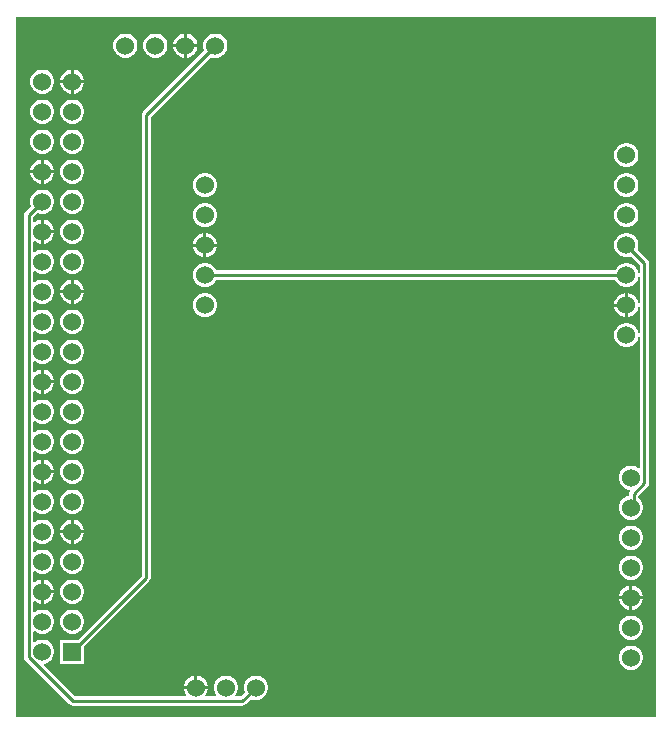
<source format=gbl>
G04*
G04 #@! TF.GenerationSoftware,Altium Limited,Altium Designer,23.4.1 (23)*
G04*
G04 Layer_Physical_Order=2*
G04 Layer_Color=16711680*
%FSLAX44Y44*%
%MOMM*%
G71*
G04*
G04 #@! TF.SameCoordinates,85A289D2-1239-4559-B1A6-7CFCC22C1876*
G04*
G04*
G04 #@! TF.FilePolarity,Positive*
G04*
G01*
G75*
%ADD10C,0.2540*%
%ADD13C,1.5240*%
%ADD14R,1.5240X1.5240*%
G36*
X546025Y367105D02*
X3885D01*
X3885Y960045D01*
X546025Y960045D01*
X546025Y367105D01*
D02*
G37*
%LPC*%
G36*
X148658Y946150D02*
X148590D01*
Y937260D01*
X157480D01*
Y937328D01*
X156788Y939912D01*
X155450Y942228D01*
X153558Y944120D01*
X151242Y945458D01*
X148658Y946150D01*
D02*
G37*
G36*
X146050D02*
X145982D01*
X143398Y945458D01*
X141082Y944120D01*
X139190Y942228D01*
X137852Y939912D01*
X137160Y937328D01*
Y937260D01*
X146050D01*
Y946150D01*
D02*
G37*
G36*
X174058D02*
X171382D01*
X168798Y945458D01*
X166482Y944120D01*
X164590Y942228D01*
X163252Y939912D01*
X162560Y937328D01*
Y934652D01*
X163252Y932068D01*
X163272Y932035D01*
X111308Y880072D01*
X110466Y878812D01*
X110170Y877325D01*
Y487104D01*
X56136Y433070D01*
X41310D01*
Y412750D01*
X61630D01*
Y427576D01*
X116802Y482748D01*
X117644Y484008D01*
X117940Y485495D01*
Y875716D01*
X168765Y926542D01*
X168798Y926522D01*
X171382Y925830D01*
X174058D01*
X176642Y926522D01*
X178958Y927860D01*
X180850Y929752D01*
X182188Y932068D01*
X182880Y934652D01*
Y937328D01*
X182188Y939912D01*
X180850Y942228D01*
X178958Y944120D01*
X176642Y945458D01*
X174058Y946150D01*
D02*
G37*
G36*
X157480Y934720D02*
X148590D01*
Y925830D01*
X148658D01*
X151242Y926522D01*
X153558Y927860D01*
X155450Y929752D01*
X156788Y932068D01*
X157480Y934652D01*
Y934720D01*
D02*
G37*
G36*
X146050D02*
X137160D01*
Y934652D01*
X137852Y932068D01*
X139190Y929752D01*
X141082Y927860D01*
X143398Y926522D01*
X145982Y925830D01*
X146050D01*
Y934720D01*
D02*
G37*
G36*
X123258Y946150D02*
X120582D01*
X117998Y945458D01*
X115682Y944120D01*
X113790Y942228D01*
X112452Y939912D01*
X111760Y937328D01*
Y934652D01*
X112452Y932068D01*
X113790Y929752D01*
X115682Y927860D01*
X117998Y926522D01*
X120582Y925830D01*
X123258D01*
X125842Y926522D01*
X128158Y927860D01*
X130050Y929752D01*
X131388Y932068D01*
X132080Y934652D01*
Y937328D01*
X131388Y939912D01*
X130050Y942228D01*
X128158Y944120D01*
X125842Y945458D01*
X123258Y946150D01*
D02*
G37*
G36*
X97858D02*
X95182D01*
X92598Y945458D01*
X90282Y944120D01*
X88390Y942228D01*
X87052Y939912D01*
X86360Y937328D01*
Y934652D01*
X87052Y932068D01*
X88390Y929752D01*
X90282Y927860D01*
X92598Y926522D01*
X95182Y925830D01*
X97858D01*
X100442Y926522D01*
X102758Y927860D01*
X104650Y929752D01*
X105988Y932068D01*
X106680Y934652D01*
Y937328D01*
X105988Y939912D01*
X104650Y942228D01*
X102758Y944120D01*
X100442Y945458D01*
X97858Y946150D01*
D02*
G37*
G36*
X52807Y915670D02*
X52740D01*
Y906780D01*
X61630D01*
Y906848D01*
X60938Y909432D01*
X59600Y911748D01*
X57708Y913640D01*
X55392Y914978D01*
X52807Y915670D01*
D02*
G37*
G36*
X50200D02*
X50132D01*
X47548Y914978D01*
X45232Y913640D01*
X43340Y911748D01*
X42002Y909432D01*
X41310Y906848D01*
Y906780D01*
X50200D01*
Y915670D01*
D02*
G37*
G36*
X61630Y904240D02*
X52740D01*
Y895350D01*
X52807D01*
X55392Y896042D01*
X57708Y897380D01*
X59600Y899272D01*
X60938Y901588D01*
X61630Y904172D01*
Y904240D01*
D02*
G37*
G36*
X50200D02*
X41310D01*
Y904172D01*
X42002Y901588D01*
X43340Y899272D01*
X45232Y897380D01*
X47548Y896042D01*
X50132Y895350D01*
X50200D01*
Y904240D01*
D02*
G37*
G36*
X27408Y915670D02*
X24732D01*
X22148Y914978D01*
X19832Y913640D01*
X17940Y911748D01*
X16602Y909432D01*
X15910Y906848D01*
Y904172D01*
X16602Y901588D01*
X17940Y899272D01*
X19832Y897380D01*
X22148Y896042D01*
X24732Y895350D01*
X27408D01*
X29992Y896042D01*
X32308Y897380D01*
X34200Y899272D01*
X35538Y901588D01*
X36230Y904172D01*
Y906848D01*
X35538Y909432D01*
X34200Y911748D01*
X32308Y913640D01*
X29992Y914978D01*
X27408Y915670D01*
D02*
G37*
G36*
X52807Y890270D02*
X50132D01*
X47548Y889578D01*
X45232Y888240D01*
X43340Y886348D01*
X42002Y884032D01*
X41310Y881448D01*
Y878772D01*
X42002Y876188D01*
X43340Y873872D01*
X45232Y871980D01*
X47548Y870642D01*
X50132Y869950D01*
X52807D01*
X55392Y870642D01*
X57708Y871980D01*
X59600Y873872D01*
X60938Y876188D01*
X61630Y878772D01*
Y881448D01*
X60938Y884032D01*
X59600Y886348D01*
X57708Y888240D01*
X55392Y889578D01*
X52807Y890270D01*
D02*
G37*
G36*
X27408D02*
X24732D01*
X22148Y889578D01*
X19832Y888240D01*
X17940Y886348D01*
X16602Y884032D01*
X15910Y881448D01*
Y878772D01*
X16602Y876188D01*
X17940Y873872D01*
X19832Y871980D01*
X22148Y870642D01*
X24732Y869950D01*
X27408D01*
X29992Y870642D01*
X32308Y871980D01*
X34200Y873872D01*
X35538Y876188D01*
X36230Y878772D01*
Y881448D01*
X35538Y884032D01*
X34200Y886348D01*
X32308Y888240D01*
X29992Y889578D01*
X27408Y890270D01*
D02*
G37*
G36*
X52807Y864870D02*
X50132D01*
X47548Y864178D01*
X45232Y862840D01*
X43340Y860948D01*
X42002Y858632D01*
X41310Y856048D01*
Y853372D01*
X42002Y850788D01*
X43340Y848472D01*
X45232Y846580D01*
X47548Y845242D01*
X50132Y844550D01*
X52807D01*
X55392Y845242D01*
X57708Y846580D01*
X59600Y848472D01*
X60938Y850788D01*
X61630Y853372D01*
Y856048D01*
X60938Y858632D01*
X59600Y860948D01*
X57708Y862840D01*
X55392Y864178D01*
X52807Y864870D01*
D02*
G37*
G36*
X27408D02*
X24732D01*
X22148Y864178D01*
X19832Y862840D01*
X17940Y860948D01*
X16602Y858632D01*
X15910Y856048D01*
Y853372D01*
X16602Y850788D01*
X17940Y848472D01*
X19832Y846580D01*
X22148Y845242D01*
X24732Y844550D01*
X27408D01*
X29992Y845242D01*
X32308Y846580D01*
X34200Y848472D01*
X35538Y850788D01*
X36230Y853372D01*
Y856048D01*
X35538Y858632D01*
X34200Y860948D01*
X32308Y862840D01*
X29992Y864178D01*
X27408Y864870D01*
D02*
G37*
G36*
X522038Y853440D02*
X519362D01*
X516778Y852748D01*
X514462Y851410D01*
X512570Y849518D01*
X511232Y847202D01*
X510540Y844618D01*
Y841942D01*
X511232Y839358D01*
X512570Y837042D01*
X514462Y835150D01*
X516778Y833812D01*
X519362Y833120D01*
X522038D01*
X524622Y833812D01*
X526938Y835150D01*
X528830Y837042D01*
X530168Y839358D01*
X530860Y841942D01*
Y844618D01*
X530168Y847202D01*
X528830Y849518D01*
X526938Y851410D01*
X524622Y852748D01*
X522038Y853440D01*
D02*
G37*
G36*
X27408Y839470D02*
X27340D01*
Y830580D01*
X36230D01*
Y830648D01*
X35538Y833232D01*
X34200Y835548D01*
X32308Y837440D01*
X29992Y838778D01*
X27408Y839470D01*
D02*
G37*
G36*
X24800D02*
X24732D01*
X22148Y838778D01*
X19832Y837440D01*
X17940Y835548D01*
X16602Y833232D01*
X15910Y830648D01*
Y830580D01*
X24800D01*
Y839470D01*
D02*
G37*
G36*
X52807D02*
X50132D01*
X47548Y838778D01*
X45232Y837440D01*
X43340Y835548D01*
X42002Y833232D01*
X41310Y830648D01*
Y827972D01*
X42002Y825388D01*
X43340Y823072D01*
X45232Y821180D01*
X47548Y819842D01*
X50132Y819150D01*
X52807D01*
X55392Y819842D01*
X57708Y821180D01*
X59600Y823072D01*
X60938Y825388D01*
X61630Y827972D01*
Y830648D01*
X60938Y833232D01*
X59600Y835548D01*
X57708Y837440D01*
X55392Y838778D01*
X52807Y839470D01*
D02*
G37*
G36*
X36230Y828040D02*
X27340D01*
Y819150D01*
X27408D01*
X29992Y819842D01*
X32308Y821180D01*
X34200Y823072D01*
X35538Y825388D01*
X36230Y827972D01*
Y828040D01*
D02*
G37*
G36*
X24800D02*
X15910D01*
Y827972D01*
X16602Y825388D01*
X17940Y823072D01*
X19832Y821180D01*
X22148Y819842D01*
X24732Y819150D01*
X24800D01*
Y828040D01*
D02*
G37*
G36*
X522038D02*
X519362D01*
X516778Y827348D01*
X514462Y826010D01*
X512570Y824118D01*
X511232Y821802D01*
X510540Y819218D01*
Y816542D01*
X511232Y813958D01*
X512570Y811642D01*
X514462Y809750D01*
X516778Y808412D01*
X519362Y807720D01*
X522038D01*
X524622Y808412D01*
X526938Y809750D01*
X528830Y811642D01*
X530168Y813958D01*
X530860Y816542D01*
Y819218D01*
X530168Y821802D01*
X528830Y824118D01*
X526938Y826010D01*
X524622Y827348D01*
X522038Y828040D01*
D02*
G37*
G36*
X165168D02*
X162492D01*
X159908Y827348D01*
X157592Y826010D01*
X155700Y824118D01*
X154362Y821802D01*
X153670Y819218D01*
Y816542D01*
X154362Y813958D01*
X155700Y811642D01*
X157592Y809750D01*
X159908Y808412D01*
X162492Y807720D01*
X165168D01*
X167752Y808412D01*
X170068Y809750D01*
X171960Y811642D01*
X173298Y813958D01*
X173990Y816542D01*
Y819218D01*
X173298Y821802D01*
X171960Y824118D01*
X170068Y826010D01*
X167752Y827348D01*
X165168Y828040D01*
D02*
G37*
G36*
X52807Y814070D02*
X50132D01*
X47548Y813378D01*
X45232Y812040D01*
X43340Y810148D01*
X42002Y807832D01*
X41310Y805248D01*
Y802572D01*
X42002Y799988D01*
X43340Y797672D01*
X45232Y795780D01*
X47548Y794442D01*
X50132Y793750D01*
X52807D01*
X55392Y794442D01*
X57708Y795780D01*
X59600Y797672D01*
X60938Y799988D01*
X61630Y802572D01*
Y805248D01*
X60938Y807832D01*
X59600Y810148D01*
X57708Y812040D01*
X55392Y813378D01*
X52807Y814070D01*
D02*
G37*
G36*
X27408D02*
X24732D01*
X22148Y813378D01*
X19832Y812040D01*
X17940Y810148D01*
X16602Y807832D01*
X15910Y805248D01*
Y802572D01*
X16602Y799988D01*
X16622Y799955D01*
X11893Y795227D01*
X11051Y793967D01*
X10755Y792480D01*
Y418176D01*
X11051Y416689D01*
X11893Y415429D01*
X49069Y378253D01*
X50329Y377411D01*
X51816Y377115D01*
X195580D01*
X197067Y377411D01*
X198327Y378253D01*
X203055Y382981D01*
X203088Y382962D01*
X205672Y382270D01*
X208348D01*
X210932Y382962D01*
X213248Y384300D01*
X215140Y386192D01*
X216478Y388508D01*
X217170Y391092D01*
Y393768D01*
X216478Y396352D01*
X215140Y398668D01*
X213248Y400560D01*
X210932Y401898D01*
X208348Y402590D01*
X205672D01*
X203088Y401898D01*
X200772Y400560D01*
X198880Y398668D01*
X197542Y396352D01*
X196850Y393768D01*
Y391092D01*
X197542Y388508D01*
X197561Y388475D01*
X193971Y384885D01*
X190092D01*
X189606Y386058D01*
X189740Y386192D01*
X191078Y388508D01*
X191770Y391092D01*
Y393768D01*
X191078Y396352D01*
X189740Y398668D01*
X187848Y400560D01*
X185532Y401898D01*
X182948Y402590D01*
X180272D01*
X177688Y401898D01*
X175372Y400560D01*
X173480Y398668D01*
X172142Y396352D01*
X171450Y393768D01*
Y391092D01*
X172142Y388508D01*
X173480Y386192D01*
X173614Y386058D01*
X173128Y384885D01*
X164692D01*
X164206Y386058D01*
X164340Y386192D01*
X165678Y388508D01*
X166370Y391092D01*
Y391160D01*
X146050D01*
Y391092D01*
X146742Y388508D01*
X148080Y386192D01*
X148214Y386058D01*
X147728Y384885D01*
X53425D01*
X26732Y411577D01*
X27219Y412750D01*
X27408D01*
X29992Y413442D01*
X32308Y414780D01*
X34200Y416672D01*
X35538Y418988D01*
X36230Y421572D01*
Y424248D01*
X35538Y426832D01*
X34200Y429148D01*
X32308Y431040D01*
X29992Y432378D01*
X27408Y433070D01*
X24732D01*
X22148Y432378D01*
X19832Y431040D01*
X19698Y430906D01*
X18525Y431392D01*
Y439828D01*
X19698Y440314D01*
X19832Y440180D01*
X22148Y438842D01*
X24732Y438150D01*
X27408D01*
X29992Y438842D01*
X32308Y440180D01*
X34200Y442072D01*
X35538Y444388D01*
X36230Y446972D01*
Y449648D01*
X35538Y452232D01*
X34200Y454548D01*
X32308Y456440D01*
X29992Y457778D01*
X27408Y458470D01*
X24732D01*
X22148Y457778D01*
X19832Y456440D01*
X19698Y456306D01*
X18525Y456792D01*
Y465228D01*
X19698Y465714D01*
X19832Y465580D01*
X22148Y464242D01*
X24732Y463550D01*
X24800D01*
Y473710D01*
Y483870D01*
X24732D01*
X22148Y483178D01*
X19832Y481840D01*
X19698Y481706D01*
X18525Y482192D01*
Y490628D01*
X19698Y491114D01*
X19832Y490980D01*
X22148Y489642D01*
X24732Y488950D01*
X27408D01*
X29992Y489642D01*
X32308Y490980D01*
X34200Y492872D01*
X35538Y495188D01*
X36230Y497772D01*
Y500448D01*
X35538Y503032D01*
X34200Y505348D01*
X32308Y507240D01*
X29992Y508578D01*
X27408Y509270D01*
X24732D01*
X22148Y508578D01*
X19832Y507240D01*
X19698Y507106D01*
X18525Y507592D01*
Y516028D01*
X19698Y516514D01*
X19832Y516380D01*
X22148Y515042D01*
X24732Y514350D01*
X27408D01*
X29992Y515042D01*
X32308Y516380D01*
X34200Y518272D01*
X35538Y520588D01*
X36230Y523172D01*
Y525848D01*
X35538Y528432D01*
X34200Y530748D01*
X32308Y532640D01*
X29992Y533978D01*
X27408Y534670D01*
X24732D01*
X22148Y533978D01*
X19832Y532640D01*
X19698Y532506D01*
X18525Y532992D01*
Y541428D01*
X19698Y541914D01*
X19832Y541780D01*
X22148Y540442D01*
X24732Y539750D01*
X27408D01*
X29992Y540442D01*
X32308Y541780D01*
X34200Y543672D01*
X35538Y545988D01*
X36230Y548572D01*
Y551248D01*
X35538Y553832D01*
X34200Y556148D01*
X32308Y558040D01*
X29992Y559378D01*
X27408Y560070D01*
X24732D01*
X22148Y559378D01*
X19832Y558040D01*
X19698Y557906D01*
X18525Y558392D01*
Y566828D01*
X19698Y567314D01*
X19832Y567180D01*
X22148Y565842D01*
X24732Y565150D01*
X24800D01*
Y575310D01*
Y585470D01*
X24732D01*
X22148Y584778D01*
X19832Y583440D01*
X19698Y583306D01*
X18525Y583792D01*
Y592228D01*
X19698Y592714D01*
X19832Y592580D01*
X22148Y591242D01*
X24732Y590550D01*
X27408D01*
X29992Y591242D01*
X32308Y592580D01*
X34200Y594472D01*
X35538Y596788D01*
X36230Y599372D01*
Y602048D01*
X35538Y604632D01*
X34200Y606948D01*
X32308Y608840D01*
X29992Y610178D01*
X27408Y610870D01*
X24732D01*
X22148Y610178D01*
X19832Y608840D01*
X19698Y608706D01*
X18525Y609192D01*
Y617628D01*
X19698Y618114D01*
X19832Y617980D01*
X22148Y616642D01*
X24732Y615950D01*
X27408D01*
X29992Y616642D01*
X32308Y617980D01*
X34200Y619872D01*
X35538Y622188D01*
X36230Y624772D01*
Y627448D01*
X35538Y630032D01*
X34200Y632348D01*
X32308Y634240D01*
X29992Y635578D01*
X27408Y636270D01*
X24732D01*
X22148Y635578D01*
X19832Y634240D01*
X19698Y634106D01*
X18525Y634592D01*
Y643028D01*
X19698Y643514D01*
X19832Y643380D01*
X22148Y642042D01*
X24732Y641350D01*
X24800D01*
Y651510D01*
Y661670D01*
X24732D01*
X22148Y660978D01*
X19832Y659640D01*
X19698Y659506D01*
X18525Y659992D01*
Y668428D01*
X19698Y668914D01*
X19832Y668780D01*
X22148Y667442D01*
X24732Y666750D01*
X27408D01*
X29992Y667442D01*
X32308Y668780D01*
X34200Y670672D01*
X35538Y672988D01*
X36230Y675572D01*
Y678248D01*
X35538Y680832D01*
X34200Y683148D01*
X32308Y685040D01*
X29992Y686378D01*
X27408Y687070D01*
X24732D01*
X22148Y686378D01*
X19832Y685040D01*
X19698Y684906D01*
X18525Y685392D01*
Y693828D01*
X19698Y694314D01*
X19832Y694180D01*
X22148Y692842D01*
X24732Y692150D01*
X27408D01*
X29992Y692842D01*
X32308Y694180D01*
X34200Y696072D01*
X35538Y698388D01*
X36230Y700972D01*
Y703648D01*
X35538Y706232D01*
X34200Y708548D01*
X32308Y710440D01*
X29992Y711778D01*
X27408Y712470D01*
X24732D01*
X22148Y711778D01*
X19832Y710440D01*
X19698Y710306D01*
X18525Y710792D01*
Y719228D01*
X19698Y719714D01*
X19832Y719580D01*
X22148Y718242D01*
X24732Y717550D01*
X27408D01*
X29992Y718242D01*
X32308Y719580D01*
X34200Y721472D01*
X35538Y723788D01*
X36230Y726372D01*
Y729048D01*
X35538Y731632D01*
X34200Y733948D01*
X32308Y735840D01*
X29992Y737178D01*
X27408Y737870D01*
X24732D01*
X22148Y737178D01*
X19832Y735840D01*
X19698Y735706D01*
X18525Y736192D01*
Y744628D01*
X19698Y745114D01*
X19832Y744980D01*
X22148Y743642D01*
X24732Y742950D01*
X27408D01*
X29992Y743642D01*
X32308Y744980D01*
X34200Y746872D01*
X35538Y749188D01*
X36230Y751772D01*
Y754448D01*
X35538Y757032D01*
X34200Y759348D01*
X32308Y761240D01*
X29992Y762578D01*
X27408Y763270D01*
X24732D01*
X22148Y762578D01*
X19832Y761240D01*
X19698Y761106D01*
X18525Y761592D01*
Y770028D01*
X19698Y770514D01*
X19832Y770380D01*
X22148Y769042D01*
X24732Y768350D01*
X24800D01*
Y778510D01*
Y788670D01*
X24732D01*
X22148Y787978D01*
X19832Y786640D01*
X19698Y786506D01*
X18525Y786992D01*
Y790871D01*
X22115Y794462D01*
X22148Y794442D01*
X24732Y793750D01*
X27408D01*
X29992Y794442D01*
X32308Y795780D01*
X34200Y797672D01*
X35538Y799988D01*
X36230Y802572D01*
Y805248D01*
X35538Y807832D01*
X34200Y810148D01*
X32308Y812040D01*
X29992Y813378D01*
X27408Y814070D01*
D02*
G37*
G36*
X522038Y802640D02*
X519362D01*
X516778Y801948D01*
X514462Y800610D01*
X512570Y798718D01*
X511232Y796402D01*
X510540Y793818D01*
Y791142D01*
X511232Y788558D01*
X512570Y786242D01*
X514462Y784350D01*
X516778Y783012D01*
X519362Y782320D01*
X522038D01*
X524622Y783012D01*
X526938Y784350D01*
X528830Y786242D01*
X530168Y788558D01*
X530860Y791142D01*
Y793818D01*
X530168Y796402D01*
X528830Y798718D01*
X526938Y800610D01*
X524622Y801948D01*
X522038Y802640D01*
D02*
G37*
G36*
X165168D02*
X162492D01*
X159908Y801948D01*
X157592Y800610D01*
X155700Y798718D01*
X154362Y796402D01*
X153670Y793818D01*
Y791142D01*
X154362Y788558D01*
X155700Y786242D01*
X157592Y784350D01*
X159908Y783012D01*
X162492Y782320D01*
X165168D01*
X167752Y783012D01*
X170068Y784350D01*
X171960Y786242D01*
X173298Y788558D01*
X173990Y791142D01*
Y793818D01*
X173298Y796402D01*
X171960Y798718D01*
X170068Y800610D01*
X167752Y801948D01*
X165168Y802640D01*
D02*
G37*
G36*
X27408Y788670D02*
X27340D01*
Y779780D01*
X36230D01*
Y779848D01*
X35538Y782432D01*
X34200Y784748D01*
X32308Y786640D01*
X29992Y787978D01*
X27408Y788670D01*
D02*
G37*
G36*
X165168Y777240D02*
X165100D01*
Y768350D01*
X173990D01*
Y768418D01*
X173298Y771002D01*
X171960Y773318D01*
X170068Y775210D01*
X167752Y776548D01*
X165168Y777240D01*
D02*
G37*
G36*
X52807Y788670D02*
X50132D01*
X47548Y787978D01*
X45232Y786640D01*
X43340Y784748D01*
X42002Y782432D01*
X41310Y779848D01*
Y777172D01*
X42002Y774588D01*
X43340Y772272D01*
X45232Y770380D01*
X47548Y769042D01*
X50132Y768350D01*
X52807D01*
X55392Y769042D01*
X57708Y770380D01*
X59600Y772272D01*
X60938Y774588D01*
X61630Y777172D01*
Y779848D01*
X60938Y782432D01*
X59600Y784748D01*
X57708Y786640D01*
X55392Y787978D01*
X52807Y788670D01*
D02*
G37*
G36*
X36230Y777240D02*
X27340D01*
Y768350D01*
X27408D01*
X29992Y769042D01*
X32308Y770380D01*
X34200Y772272D01*
X35538Y774588D01*
X36230Y777172D01*
Y777240D01*
D02*
G37*
G36*
X162560D02*
X162492D01*
X159908Y776548D01*
X157592Y775210D01*
X155700Y773318D01*
X154362Y771002D01*
X153670Y768418D01*
Y768350D01*
X162560D01*
Y777240D01*
D02*
G37*
G36*
X173990Y765810D02*
X165100D01*
Y756920D01*
X165168D01*
X167752Y757612D01*
X170068Y758950D01*
X171960Y760842D01*
X173298Y763158D01*
X173990Y765742D01*
Y765810D01*
D02*
G37*
G36*
X162560D02*
X153670D01*
Y765742D01*
X154362Y763158D01*
X155700Y760842D01*
X157592Y758950D01*
X159908Y757612D01*
X162492Y756920D01*
X162560D01*
Y765810D01*
D02*
G37*
G36*
X522038Y777240D02*
X519362D01*
X516778Y776548D01*
X514462Y775210D01*
X512570Y773318D01*
X511232Y771002D01*
X510540Y768418D01*
Y765742D01*
X511232Y763158D01*
X512570Y760842D01*
X514462Y758950D01*
X516778Y757612D01*
X519362Y756920D01*
X522038D01*
X524622Y757612D01*
X524655Y757632D01*
X532055Y750231D01*
Y743463D01*
X530785Y743296D01*
X530168Y745602D01*
X528830Y747918D01*
X526938Y749810D01*
X524622Y751148D01*
X522038Y751840D01*
X519362D01*
X516778Y751148D01*
X514462Y749810D01*
X512570Y747918D01*
X511232Y745602D01*
X511222Y745565D01*
X173307D01*
X173298Y745602D01*
X171960Y747918D01*
X170068Y749810D01*
X167752Y751148D01*
X165168Y751840D01*
X162492D01*
X159908Y751148D01*
X157592Y749810D01*
X155700Y747918D01*
X154362Y745602D01*
X153670Y743018D01*
Y740342D01*
X154362Y737758D01*
X155700Y735442D01*
X157592Y733550D01*
X159908Y732212D01*
X162492Y731520D01*
X165168D01*
X167752Y732212D01*
X170068Y733550D01*
X171960Y735442D01*
X173298Y737758D01*
X173307Y737795D01*
X511222D01*
X511232Y737758D01*
X512570Y735442D01*
X514462Y733550D01*
X516778Y732212D01*
X519362Y731520D01*
X522038D01*
X524622Y732212D01*
X526938Y733550D01*
X528830Y735442D01*
X530168Y737758D01*
X530785Y740064D01*
X532055Y739897D01*
Y718063D01*
X530785Y717896D01*
X530168Y720202D01*
X528830Y722518D01*
X526938Y724410D01*
X524622Y725748D01*
X522038Y726440D01*
X521970D01*
Y716280D01*
Y706120D01*
X522038D01*
X524622Y706812D01*
X526938Y708150D01*
X528830Y710042D01*
X530168Y712358D01*
X530785Y714664D01*
X532055Y714497D01*
Y692663D01*
X530785Y692496D01*
X530168Y694802D01*
X528830Y697118D01*
X526938Y699010D01*
X524622Y700348D01*
X522038Y701040D01*
X519362D01*
X516778Y700348D01*
X514462Y699010D01*
X512570Y697118D01*
X511232Y694802D01*
X510540Y692218D01*
Y689542D01*
X511232Y686958D01*
X512570Y684642D01*
X514462Y682750D01*
X516778Y681412D01*
X519362Y680720D01*
X522038D01*
X524622Y681412D01*
X526938Y682750D01*
X528830Y684642D01*
X530168Y686958D01*
X530785Y689264D01*
X532055Y689097D01*
Y578712D01*
X530882Y578226D01*
X530748Y578360D01*
X528432Y579698D01*
X525848Y580390D01*
X523172D01*
X520588Y579698D01*
X518272Y578360D01*
X516380Y576468D01*
X515042Y574152D01*
X514350Y571568D01*
Y568892D01*
X515042Y566308D01*
X516380Y563992D01*
X518272Y562100D01*
X520588Y560762D01*
X523172Y560070D01*
X523437D01*
X523819Y558800D01*
X523116Y557747D01*
X522820Y556260D01*
Y554896D01*
X520588Y554298D01*
X518272Y552960D01*
X516380Y551068D01*
X515042Y548752D01*
X514350Y546168D01*
Y543492D01*
X515042Y540908D01*
X516380Y538592D01*
X518272Y536700D01*
X520588Y535362D01*
X523172Y534670D01*
X525848D01*
X528432Y535362D01*
X530748Y536700D01*
X532640Y538592D01*
X533978Y540908D01*
X534670Y543492D01*
Y546168D01*
X533978Y548752D01*
X532640Y551068D01*
X530748Y552960D01*
X530589Y553052D01*
Y554651D01*
X538687Y562749D01*
X539529Y564009D01*
X539825Y565495D01*
Y751840D01*
X539529Y753327D01*
X538687Y754587D01*
X530149Y763125D01*
X530168Y763158D01*
X530860Y765742D01*
Y768418D01*
X530168Y771002D01*
X528830Y773318D01*
X526938Y775210D01*
X524622Y776548D01*
X522038Y777240D01*
D02*
G37*
G36*
X52807Y763270D02*
X50132D01*
X47548Y762578D01*
X45232Y761240D01*
X43340Y759348D01*
X42002Y757032D01*
X41310Y754448D01*
Y751772D01*
X42002Y749188D01*
X43340Y746872D01*
X45232Y744980D01*
X47548Y743642D01*
X50132Y742950D01*
X52807D01*
X55392Y743642D01*
X57708Y744980D01*
X59600Y746872D01*
X60938Y749188D01*
X61630Y751772D01*
Y754448D01*
X60938Y757032D01*
X59600Y759348D01*
X57708Y761240D01*
X55392Y762578D01*
X52807Y763270D01*
D02*
G37*
G36*
Y737870D02*
X52740D01*
Y728980D01*
X61630D01*
Y729048D01*
X60938Y731632D01*
X59600Y733948D01*
X57708Y735840D01*
X55392Y737178D01*
X52807Y737870D01*
D02*
G37*
G36*
X50200D02*
X50132D01*
X47548Y737178D01*
X45232Y735840D01*
X43340Y733948D01*
X42002Y731632D01*
X41310Y729048D01*
Y728980D01*
X50200D01*
Y737870D01*
D02*
G37*
G36*
X61630Y726440D02*
X52740D01*
Y717550D01*
X52807D01*
X55392Y718242D01*
X57708Y719580D01*
X59600Y721472D01*
X60938Y723788D01*
X61630Y726372D01*
Y726440D01*
D02*
G37*
G36*
X50200D02*
X41310D01*
Y726372D01*
X42002Y723788D01*
X43340Y721472D01*
X45232Y719580D01*
X47548Y718242D01*
X50132Y717550D01*
X50200D01*
Y726440D01*
D02*
G37*
G36*
X519430D02*
X519362D01*
X516778Y725748D01*
X514462Y724410D01*
X512570Y722518D01*
X511232Y720202D01*
X510540Y717618D01*
Y717550D01*
X519430D01*
Y726440D01*
D02*
G37*
G36*
Y715010D02*
X510540D01*
Y714942D01*
X511232Y712358D01*
X512570Y710042D01*
X514462Y708150D01*
X516778Y706812D01*
X519362Y706120D01*
X519430D01*
Y715010D01*
D02*
G37*
G36*
X165168Y726440D02*
X162492D01*
X159908Y725748D01*
X157592Y724410D01*
X155700Y722518D01*
X154362Y720202D01*
X153670Y717618D01*
Y714942D01*
X154362Y712358D01*
X155700Y710042D01*
X157592Y708150D01*
X159908Y706812D01*
X162492Y706120D01*
X165168D01*
X167752Y706812D01*
X170068Y708150D01*
X171960Y710042D01*
X173298Y712358D01*
X173990Y714942D01*
Y717618D01*
X173298Y720202D01*
X171960Y722518D01*
X170068Y724410D01*
X167752Y725748D01*
X165168Y726440D01*
D02*
G37*
G36*
X52807Y712470D02*
X50132D01*
X47548Y711778D01*
X45232Y710440D01*
X43340Y708548D01*
X42002Y706232D01*
X41310Y703648D01*
Y700972D01*
X42002Y698388D01*
X43340Y696072D01*
X45232Y694180D01*
X47548Y692842D01*
X50132Y692150D01*
X52807D01*
X55392Y692842D01*
X57708Y694180D01*
X59600Y696072D01*
X60938Y698388D01*
X61630Y700972D01*
Y703648D01*
X60938Y706232D01*
X59600Y708548D01*
X57708Y710440D01*
X55392Y711778D01*
X52807Y712470D01*
D02*
G37*
G36*
Y687070D02*
X50132D01*
X47548Y686378D01*
X45232Y685040D01*
X43340Y683148D01*
X42002Y680832D01*
X41310Y678248D01*
Y675572D01*
X42002Y672988D01*
X43340Y670672D01*
X45232Y668780D01*
X47548Y667442D01*
X50132Y666750D01*
X52807D01*
X55392Y667442D01*
X57708Y668780D01*
X59600Y670672D01*
X60938Y672988D01*
X61630Y675572D01*
Y678248D01*
X60938Y680832D01*
X59600Y683148D01*
X57708Y685040D01*
X55392Y686378D01*
X52807Y687070D01*
D02*
G37*
G36*
X27408Y661670D02*
X27340D01*
Y652780D01*
X36230D01*
Y652848D01*
X35538Y655432D01*
X34200Y657748D01*
X32308Y659640D01*
X29992Y660978D01*
X27408Y661670D01*
D02*
G37*
G36*
X52807D02*
X50132D01*
X47548Y660978D01*
X45232Y659640D01*
X43340Y657748D01*
X42002Y655432D01*
X41310Y652848D01*
Y650172D01*
X42002Y647588D01*
X43340Y645272D01*
X45232Y643380D01*
X47548Y642042D01*
X50132Y641350D01*
X52807D01*
X55392Y642042D01*
X57708Y643380D01*
X59600Y645272D01*
X60938Y647588D01*
X61630Y650172D01*
Y652848D01*
X60938Y655432D01*
X59600Y657748D01*
X57708Y659640D01*
X55392Y660978D01*
X52807Y661670D01*
D02*
G37*
G36*
X36230Y650240D02*
X27340D01*
Y641350D01*
X27408D01*
X29992Y642042D01*
X32308Y643380D01*
X34200Y645272D01*
X35538Y647588D01*
X36230Y650172D01*
Y650240D01*
D02*
G37*
G36*
X52807Y636270D02*
X50132D01*
X47548Y635578D01*
X45232Y634240D01*
X43340Y632348D01*
X42002Y630032D01*
X41310Y627448D01*
Y624772D01*
X42002Y622188D01*
X43340Y619872D01*
X45232Y617980D01*
X47548Y616642D01*
X50132Y615950D01*
X52807D01*
X55392Y616642D01*
X57708Y617980D01*
X59600Y619872D01*
X60938Y622188D01*
X61630Y624772D01*
Y627448D01*
X60938Y630032D01*
X59600Y632348D01*
X57708Y634240D01*
X55392Y635578D01*
X52807Y636270D01*
D02*
G37*
G36*
Y610870D02*
X50132D01*
X47548Y610178D01*
X45232Y608840D01*
X43340Y606948D01*
X42002Y604632D01*
X41310Y602048D01*
Y599372D01*
X42002Y596788D01*
X43340Y594472D01*
X45232Y592580D01*
X47548Y591242D01*
X50132Y590550D01*
X52807D01*
X55392Y591242D01*
X57708Y592580D01*
X59600Y594472D01*
X60938Y596788D01*
X61630Y599372D01*
Y602048D01*
X60938Y604632D01*
X59600Y606948D01*
X57708Y608840D01*
X55392Y610178D01*
X52807Y610870D01*
D02*
G37*
G36*
X27408Y585470D02*
X27340D01*
Y576580D01*
X36230D01*
Y576648D01*
X35538Y579232D01*
X34200Y581548D01*
X32308Y583440D01*
X29992Y584778D01*
X27408Y585470D01*
D02*
G37*
G36*
X52807D02*
X50132D01*
X47548Y584778D01*
X45232Y583440D01*
X43340Y581548D01*
X42002Y579232D01*
X41310Y576648D01*
Y573972D01*
X42002Y571388D01*
X43340Y569072D01*
X45232Y567180D01*
X47548Y565842D01*
X50132Y565150D01*
X52807D01*
X55392Y565842D01*
X57708Y567180D01*
X59600Y569072D01*
X60938Y571388D01*
X61630Y573972D01*
Y576648D01*
X60938Y579232D01*
X59600Y581548D01*
X57708Y583440D01*
X55392Y584778D01*
X52807Y585470D01*
D02*
G37*
G36*
X36230Y574040D02*
X27340D01*
Y565150D01*
X27408D01*
X29992Y565842D01*
X32308Y567180D01*
X34200Y569072D01*
X35538Y571388D01*
X36230Y573972D01*
Y574040D01*
D02*
G37*
G36*
X52807Y560070D02*
X50132D01*
X47548Y559378D01*
X45232Y558040D01*
X43340Y556148D01*
X42002Y553832D01*
X41310Y551248D01*
Y548572D01*
X42002Y545988D01*
X43340Y543672D01*
X45232Y541780D01*
X47548Y540442D01*
X50132Y539750D01*
X52807D01*
X55392Y540442D01*
X57708Y541780D01*
X59600Y543672D01*
X60938Y545988D01*
X61630Y548572D01*
Y551248D01*
X60938Y553832D01*
X59600Y556148D01*
X57708Y558040D01*
X55392Y559378D01*
X52807Y560070D01*
D02*
G37*
G36*
Y534670D02*
X52740D01*
Y525780D01*
X61630D01*
Y525848D01*
X60938Y528432D01*
X59600Y530748D01*
X57708Y532640D01*
X55392Y533978D01*
X52807Y534670D01*
D02*
G37*
G36*
X50200D02*
X50132D01*
X47548Y533978D01*
X45232Y532640D01*
X43340Y530748D01*
X42002Y528432D01*
X41310Y525848D01*
Y525780D01*
X50200D01*
Y534670D01*
D02*
G37*
G36*
X61630Y523240D02*
X52740D01*
Y514350D01*
X52807D01*
X55392Y515042D01*
X57708Y516380D01*
X59600Y518272D01*
X60938Y520588D01*
X61630Y523172D01*
Y523240D01*
D02*
G37*
G36*
X50200D02*
X41310D01*
Y523172D01*
X42002Y520588D01*
X43340Y518272D01*
X45232Y516380D01*
X47548Y515042D01*
X50132Y514350D01*
X50200D01*
Y523240D01*
D02*
G37*
G36*
X525848Y529590D02*
X523172D01*
X520588Y528898D01*
X518272Y527560D01*
X516380Y525668D01*
X515042Y523352D01*
X514350Y520768D01*
Y518092D01*
X515042Y515508D01*
X516380Y513192D01*
X518272Y511300D01*
X520588Y509962D01*
X523172Y509270D01*
X525848D01*
X528432Y509962D01*
X530748Y511300D01*
X532640Y513192D01*
X533978Y515508D01*
X534670Y518092D01*
Y520768D01*
X533978Y523352D01*
X532640Y525668D01*
X530748Y527560D01*
X528432Y528898D01*
X525848Y529590D01*
D02*
G37*
G36*
X52807Y509270D02*
X50132D01*
X47548Y508578D01*
X45232Y507240D01*
X43340Y505348D01*
X42002Y503032D01*
X41310Y500448D01*
Y497772D01*
X42002Y495188D01*
X43340Y492872D01*
X45232Y490980D01*
X47548Y489642D01*
X50132Y488950D01*
X52807D01*
X55392Y489642D01*
X57708Y490980D01*
X59600Y492872D01*
X60938Y495188D01*
X61630Y497772D01*
Y500448D01*
X60938Y503032D01*
X59600Y505348D01*
X57708Y507240D01*
X55392Y508578D01*
X52807Y509270D01*
D02*
G37*
G36*
X525848Y504190D02*
X523172D01*
X520588Y503498D01*
X518272Y502160D01*
X516380Y500268D01*
X515042Y497952D01*
X514350Y495368D01*
Y492692D01*
X515042Y490108D01*
X516380Y487792D01*
X518272Y485900D01*
X520588Y484562D01*
X523172Y483870D01*
X525848D01*
X528432Y484562D01*
X530748Y485900D01*
X532640Y487792D01*
X533978Y490108D01*
X534670Y492692D01*
Y495368D01*
X533978Y497952D01*
X532640Y500268D01*
X530748Y502160D01*
X528432Y503498D01*
X525848Y504190D01*
D02*
G37*
G36*
X27408Y483870D02*
X27340D01*
Y474980D01*
X36230D01*
Y475048D01*
X35538Y477632D01*
X34200Y479948D01*
X32308Y481840D01*
X29992Y483178D01*
X27408Y483870D01*
D02*
G37*
G36*
X525848Y478790D02*
X525780D01*
Y469900D01*
X534670D01*
Y469968D01*
X533978Y472552D01*
X532640Y474868D01*
X530748Y476760D01*
X528432Y478098D01*
X525848Y478790D01*
D02*
G37*
G36*
X523240D02*
X523172D01*
X520588Y478098D01*
X518272Y476760D01*
X516380Y474868D01*
X515042Y472552D01*
X514350Y469968D01*
Y469900D01*
X523240D01*
Y478790D01*
D02*
G37*
G36*
X52807Y483870D02*
X50132D01*
X47548Y483178D01*
X45232Y481840D01*
X43340Y479948D01*
X42002Y477632D01*
X41310Y475048D01*
Y472372D01*
X42002Y469788D01*
X43340Y467472D01*
X45232Y465580D01*
X47548Y464242D01*
X50132Y463550D01*
X52807D01*
X55392Y464242D01*
X57708Y465580D01*
X59600Y467472D01*
X60938Y469788D01*
X61630Y472372D01*
Y475048D01*
X60938Y477632D01*
X59600Y479948D01*
X57708Y481840D01*
X55392Y483178D01*
X52807Y483870D01*
D02*
G37*
G36*
X36230Y472440D02*
X27340D01*
Y463550D01*
X27408D01*
X29992Y464242D01*
X32308Y465580D01*
X34200Y467472D01*
X35538Y469788D01*
X36230Y472372D01*
Y472440D01*
D02*
G37*
G36*
X534670Y467360D02*
X525780D01*
Y458470D01*
X525848D01*
X528432Y459162D01*
X530748Y460500D01*
X532640Y462392D01*
X533978Y464708D01*
X534670Y467292D01*
Y467360D01*
D02*
G37*
G36*
X523240D02*
X514350D01*
Y467292D01*
X515042Y464708D01*
X516380Y462392D01*
X518272Y460500D01*
X520588Y459162D01*
X523172Y458470D01*
X523240D01*
Y467360D01*
D02*
G37*
G36*
X52807Y458470D02*
X50132D01*
X47548Y457778D01*
X45232Y456440D01*
X43340Y454548D01*
X42002Y452232D01*
X41310Y449648D01*
Y446972D01*
X42002Y444388D01*
X43340Y442072D01*
X45232Y440180D01*
X47548Y438842D01*
X50132Y438150D01*
X52807D01*
X55392Y438842D01*
X57708Y440180D01*
X59600Y442072D01*
X60938Y444388D01*
X61630Y446972D01*
Y449648D01*
X60938Y452232D01*
X59600Y454548D01*
X57708Y456440D01*
X55392Y457778D01*
X52807Y458470D01*
D02*
G37*
G36*
X525848Y453390D02*
X523172D01*
X520588Y452698D01*
X518272Y451360D01*
X516380Y449468D01*
X515042Y447152D01*
X514350Y444568D01*
Y441892D01*
X515042Y439308D01*
X516380Y436992D01*
X518272Y435100D01*
X520588Y433762D01*
X523172Y433070D01*
X525848D01*
X528432Y433762D01*
X530748Y435100D01*
X532640Y436992D01*
X533978Y439308D01*
X534670Y441892D01*
Y444568D01*
X533978Y447152D01*
X532640Y449468D01*
X530748Y451360D01*
X528432Y452698D01*
X525848Y453390D01*
D02*
G37*
G36*
Y427990D02*
X523172D01*
X520588Y427298D01*
X518272Y425960D01*
X516380Y424068D01*
X515042Y421752D01*
X514350Y419168D01*
Y416492D01*
X515042Y413908D01*
X516380Y411592D01*
X518272Y409700D01*
X520588Y408362D01*
X523172Y407670D01*
X525848D01*
X528432Y408362D01*
X530748Y409700D01*
X532640Y411592D01*
X533978Y413908D01*
X534670Y416492D01*
Y419168D01*
X533978Y421752D01*
X532640Y424068D01*
X530748Y425960D01*
X528432Y427298D01*
X525848Y427990D01*
D02*
G37*
G36*
X157548Y402590D02*
X157480D01*
Y393700D01*
X166370D01*
Y393768D01*
X165678Y396352D01*
X164340Y398668D01*
X162448Y400560D01*
X160132Y401898D01*
X157548Y402590D01*
D02*
G37*
G36*
X154940D02*
X154872D01*
X152288Y401898D01*
X149972Y400560D01*
X148080Y398668D01*
X146742Y396352D01*
X146050Y393768D01*
Y393700D01*
X154940D01*
Y402590D01*
D02*
G37*
%LPD*%
D10*
X526704Y556260D02*
X535940Y565495D01*
X526704Y547024D02*
Y556260D01*
X524510Y544830D02*
X526704Y547024D01*
X535940Y565495D02*
Y751840D01*
X520700Y767080D02*
X535940Y751840D01*
X163830Y741680D02*
X520700D01*
X51470Y422910D02*
X114055Y485495D01*
Y877325D01*
X172720Y935990D01*
X195580Y381000D02*
X207010Y392430D01*
X51816Y381000D02*
X195580D01*
X14640Y418176D02*
X51816Y381000D01*
X14640Y418176D02*
Y792480D01*
X26070Y803910D01*
D13*
X520700Y843280D02*
D03*
Y817880D02*
D03*
Y792480D02*
D03*
Y767080D02*
D03*
Y741680D02*
D03*
Y716280D02*
D03*
Y690880D02*
D03*
X51470Y448310D02*
D03*
Y473710D02*
D03*
Y499110D02*
D03*
Y524510D02*
D03*
Y549910D02*
D03*
X26070Y422910D02*
D03*
Y448310D02*
D03*
Y473710D02*
D03*
Y499110D02*
D03*
Y524510D02*
D03*
Y549910D02*
D03*
X51470Y575310D02*
D03*
X26070D02*
D03*
X51470Y600710D02*
D03*
Y626110D02*
D03*
Y651510D02*
D03*
Y676910D02*
D03*
Y702310D02*
D03*
Y727710D02*
D03*
X26070Y600710D02*
D03*
Y626110D02*
D03*
Y651510D02*
D03*
Y676910D02*
D03*
Y702310D02*
D03*
Y727710D02*
D03*
X51470Y753110D02*
D03*
X26070D02*
D03*
X51470Y778510D02*
D03*
Y803910D02*
D03*
Y829310D02*
D03*
Y854710D02*
D03*
Y880110D02*
D03*
Y905510D02*
D03*
X26070Y778510D02*
D03*
Y803910D02*
D03*
Y829310D02*
D03*
Y854710D02*
D03*
Y880110D02*
D03*
Y905510D02*
D03*
X156210Y392430D02*
D03*
X181610D02*
D03*
X207010D02*
D03*
X96520Y935990D02*
D03*
X121920D02*
D03*
X147320D02*
D03*
X172720D02*
D03*
X524510Y570230D02*
D03*
Y544830D02*
D03*
Y519430D02*
D03*
Y494030D02*
D03*
Y468630D02*
D03*
Y443230D02*
D03*
Y417830D02*
D03*
X163830Y817880D02*
D03*
Y792480D02*
D03*
Y767080D02*
D03*
Y741680D02*
D03*
Y716280D02*
D03*
D14*
X51470Y422910D02*
D03*
M02*

</source>
